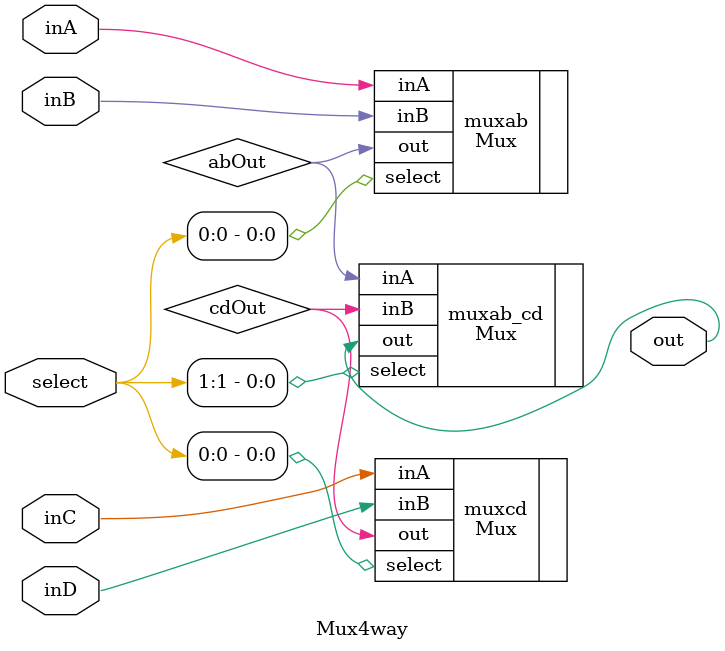
<source format=v>
`ifndef _MUX4WAY
`define _MUX4WAY
`include "Mux.v"

module Mux4way(out, select, inA, inB, inC, inD);
    output wire out;
    input  wire [1:0] select;
    input  wire inA;
    input  wire inB;
    input  wire inC;
    input  wire inD;

    wire abOut;
    wire cdOut;

    Mux muxab(.out(abOut), .select(select[0]), .inA(inA), .inB(inB));
    Mux muxcd(.out(cdOut), .select(select[0]), .inA(inC), .inB(inD));

    Mux muxab_cd(.out(out), .select(select[1]), .inA(abOut), .inB(cdOut));

endmodule
`endif
// sel a b c d out
// 00           a
// 01           b
// 10
// 11
</source>
